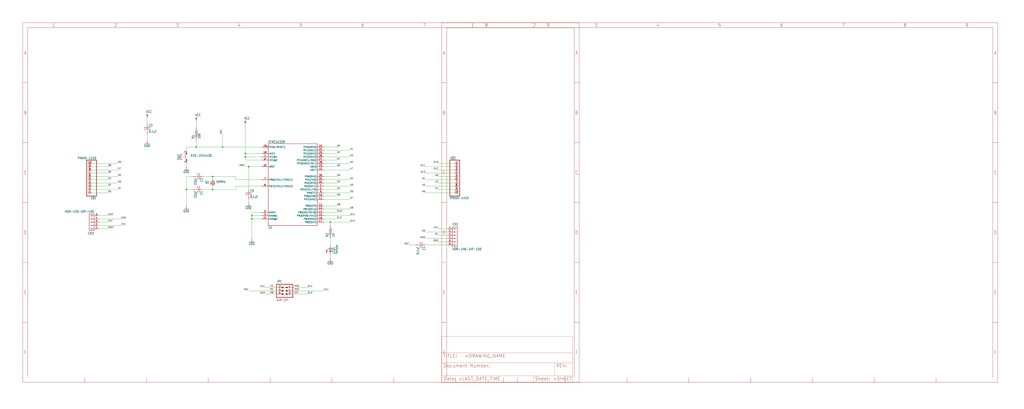
<source format=kicad_sch>
(kicad_sch (version 20211123) (generator eeschema)
  (paper "User" 795.02 318.11)
  (lib_symbols
    (symbol "TransmitterModule-eagle-import:ATMEGA328"
      (property "Reference" "U" (at -17.78 -38.1 0))
      (property "Value" "ATMEGA328" (at -17.78 28.448 0))
      (symbol "ATMEGA328_1_0"
        (polyline (pts (xy -17.78 -35.56) (xy -17.78 27.94)) (stroke (width 0.254)))
        (polyline (pts (xy -17.78 27.94) (xy 20.32 27.94)) (stroke (width 0.254)))
        (polyline (pts (xy 20.32 -35.56) (xy -17.78 -35.56)) (stroke (width 0.254)))
        (polyline (pts (xy 20.32 27.94) (xy 20.32 -35.56)) (stroke (width 0.254)))
        (pin bidirectional line (at 25.4 -5.08 180) (length 5.08) (name "PD3(INT1)") (number "1"))
        (pin bidirectional line (at 25.4 -12.7 180) (length 5.08) (name "PD6(AIN0)") (number "10"))
        (pin bidirectional line (at 25.4 -15.24 180) (length 5.08) (name "PD7(AIN1)") (number "11"))
        (pin bidirectional line (at 25.4 -20.32 180) (length 5.08) (name "PB0(ICP)") (number "12"))
        (pin bidirectional line (at 25.4 -22.86 180) (length 5.08) (name "PB1(OC1A)") (number "13"))
        (pin bidirectional line (at 25.4 -25.4 180) (length 5.08) (name "PB2(SS/OC1B)") (number "14"))
        (pin bidirectional line (at 25.4 -27.94 180) (length 5.08) (name "PB3(MOSI/OC2)") (number "15"))
        (pin bidirectional line (at 25.4 -30.48 180) (length 5.08) (name "PB4(MISO)") (number "16"))
        (pin bidirectional line (at 25.4 -33.02 180) (length 5.08) (name "PB5(SCK)") (number "17"))
        (pin bidirectional line (at -22.86 20.32 0) (length 5.08) (name "AVCC") (number "18"))
        (pin bidirectional line (at 25.4 10.16 180) (length 5.08) (name "ADC6") (number "19"))
        (pin bidirectional line (at 25.4 -7.62 180) (length 5.08) (name "PD4(XCK/T0)") (number "2"))
        (pin bidirectional line (at -22.86 10.16 0) (length 5.08) (name "AREF") (number "20"))
        (pin bidirectional line (at -22.86 -30.48 0) (length 5.08) (name "GND@2") (number "21"))
        (pin bidirectional line (at 25.4 7.62 180) (length 5.08) (name "ADC7") (number "22"))
        (pin bidirectional line (at 25.4 25.4 180) (length 5.08) (name "PC0(ADC0)") (number "23"))
        (pin bidirectional line (at 25.4 22.86 180) (length 5.08) (name "PC1(ADC1)") (number "24"))
        (pin bidirectional line (at 25.4 20.32 180) (length 5.08) (name "PC2(ADC2)") (number "25"))
        (pin bidirectional line (at 25.4 17.78 180) (length 5.08) (name "PC3(ADC3)") (number "26"))
        (pin bidirectional line (at 25.4 15.24 180) (length 5.08) (name "PC4(ADC4/SDA)") (number "27"))
        (pin bidirectional line (at 25.4 12.7 180) (length 5.08) (name "PC5(ADC5/SCL)") (number "28"))
        (pin bidirectional inverted (at -22.86 25.4 0) (length 5.08) (name "PC6(/RESET)") (number "29"))
        (pin bidirectional line (at -22.86 -27.94 0) (length 5.08) (name "GND@1") (number "3"))
        (pin bidirectional line (at 25.4 2.54 180) (length 5.08) (name "PD0(RXD)") (number "30"))
        (pin bidirectional line (at 25.4 0 180) (length 5.08) (name "PD1(TXD)") (number "31"))
        (pin bidirectional line (at 25.4 -2.54 180) (length 5.08) (name "PD2(INT0)") (number "32"))
        (pin bidirectional line (at -22.86 17.78 0) (length 5.08) (name "VCC@1") (number "4"))
        (pin bidirectional line (at -22.86 -25.4 0) (length 5.08) (name "AGND") (number "5"))
        (pin bidirectional line (at -22.86 15.24 0) (length 5.08) (name "VCC@2") (number "6"))
        (pin bidirectional line (at -22.86 0 0) (length 5.08) (name "PB6(XTAL1/TOSC1)") (number "7"))
        (pin bidirectional line (at -22.86 -5.08 0) (length 5.08) (name "PB7(XTAL2/TOSC2)") (number "8"))
        (pin bidirectional line (at 25.4 -10.16 180) (length 5.08) (name "PD5(T1)") (number "9"))
      )
    )
    (symbol "TransmitterModule-eagle-import:AVR-ISP-6"
      (property "Reference" "JP" (at -6.35 6.35 0))
      (symbol "AVR-ISP-6_1_0"
        (polyline (pts (xy -6.35 -5.08) (xy 6.35 -5.08)) (stroke (width 0.4064)))
        (polyline (pts (xy -6.35 5.08) (xy -6.35 -5.08)) (stroke (width 0.4064)))
        (polyline (pts (xy -1.905 -2.54) (xy -1.27 -2.54)) (stroke (width 1.016)))
        (polyline (pts (xy -1.905 0) (xy -1.27 0)) (stroke (width 1.016)))
        (polyline (pts (xy -1.905 2.54) (xy -1.27 2.54)) (stroke (width 1.016)))
        (polyline (pts (xy 1.27 -2.54) (xy 1.905 -2.54)) (stroke (width 1.016)))
        (polyline (pts (xy 1.27 0) (xy 1.905 0)) (stroke (width 1.016)))
        (polyline (pts (xy 1.27 2.54) (xy 1.905 2.54)) (stroke (width 1.016)))
        (polyline (pts (xy 6.35 -5.08) (xy 6.35 5.08)) (stroke (width 0.4064)))
        (polyline (pts (xy 6.35 5.08) (xy -6.35 5.08)) (stroke (width 0.4064)))
        (text "AVR ISP" (at -6.35 -8.255 0) (effects (font (size 1.778 1.5113)) (justify left bottom)))
        (text "GND" (at -11.43 -1.905 0) (effects (font (size 1.143 0.9715)) (justify left bottom)))
        (text "MISO" (at 7.62 3.175 0) (effects (font (size 1.143 0.9715)) (justify left bottom)))
        (text "MOSI" (at 7.62 0.635 0) (effects (font (size 1.143 0.9715)) (justify left bottom)))
        (text "RST" (at -11.43 0.635 0) (effects (font (size 1.143 0.9715)) (justify left bottom)))
        (text "SCK" (at 7.62 -1.905 0) (effects (font (size 1.143 0.9715)) (justify left bottom)))
        (text "VTG" (at -11.43 3.175 0) (effects (font (size 1.143 0.9715)) (justify left bottom)))
        (pin passive line (at 5.08 2.54 180) (length 2.54) (name "1") (number "1"))
        (pin passive line (at -5.08 2.54 0) (length 2.54) (name "2") (number "2"))
        (pin passive line (at 5.08 -2.54 180) (length 2.54) (name "3") (number "3"))
        (pin passive line (at 5.08 0 180) (length 2.54) (name "4") (number "4"))
        (pin passive line (at -5.08 0 0) (length 2.54) (name "5") (number "5"))
        (pin passive line (at -5.08 -2.54 0) (length 2.54) (name "6") (number "6"))
      )
    )
    (symbol "TransmitterModule-eagle-import:C-USC0805"
      (property "Reference" "C" (at 1.016 0.635 0))
      (property "Value" "C-USC0805" (at 1.016 -4.191 0))
      (symbol "C-USC0805_1_0"
        (arc (start 0 -1.0161) (mid -1.302 -1.2303) (end -2.4668 -1.8504) (stroke (width 0.254)))
        (polyline (pts (xy -2.54 0) (xy 2.54 0)) (stroke (width 0.254)))
        (polyline (pts (xy 0 -1.016) (xy 0 -2.54)) (stroke (width 0.1524)))
        (arc (start 2.4892 -1.8542) (mid 1.3158 -1.2195) (end 0 -1) (stroke (width 0.254)))
        (pin passive line (at 0 2.54 270) (length 2.54) (name "1") (number "1"))
        (pin passive line (at 0 -5.08 90) (length 2.54) (name "2") (number "2"))
      )
    )
    (symbol "TransmitterModule-eagle-import:C-USC1206"
      (property "Reference" "C" (at 1.016 0.635 0))
      (property "Value" "C-USC1206" (at 1.016 -4.191 0))
      (symbol "C-USC1206_1_0"
        (arc (start 0 -1.0161) (mid -1.302 -1.2303) (end -2.4668 -1.8504) (stroke (width 0.254)))
        (polyline (pts (xy -2.54 0) (xy 2.54 0)) (stroke (width 0.254)))
        (polyline (pts (xy 0 -1.016) (xy 0 -2.54)) (stroke (width 0.1524)))
        (arc (start 2.4892 -1.8542) (mid 1.3158 -1.2195) (end 0 -1) (stroke (width 0.254)))
        (pin passive line (at 0 2.54 270) (length 2.54) (name "1") (number "1"))
        (pin passive line (at 0 -5.08 90) (length 2.54) (name "2") (number "2"))
      )
    )
    (symbol "TransmitterModule-eagle-import:CRYTALHC49S"
      (property "Reference" "Q" (at 2.54 1.016 0))
      (property "Value" "CRYTALHC49S" (at 2.54 -2.54 0))
      (symbol "CRYTALHC49S_1_0"
        (polyline (pts (xy -2.54 0) (xy -1.016 0)) (stroke (width 0.1524)))
        (polyline (pts (xy -1.016 1.778) (xy -1.016 -1.778)) (stroke (width 0.254)))
        (polyline (pts (xy -0.381 -1.524) (xy 0.381 -1.524)) (stroke (width 0.254)))
        (polyline (pts (xy -0.381 1.524) (xy -0.381 -1.524)) (stroke (width 0.254)))
        (polyline (pts (xy 0.381 -1.524) (xy 0.381 1.524)) (stroke (width 0.254)))
        (polyline (pts (xy 0.381 1.524) (xy -0.381 1.524)) (stroke (width 0.254)))
        (polyline (pts (xy 1.016 0) (xy 2.54 0)) (stroke (width 0.1524)))
        (polyline (pts (xy 1.016 1.778) (xy 1.016 -1.778)) (stroke (width 0.254)))
        (text "1" (at -2.159 -1.143 0) (effects (font (size 0.8636 0.734)) (justify left bottom)))
        (text "2" (at 1.524 -1.143 0) (effects (font (size 0.8636 0.734)) (justify left bottom)))
        (pin passive line (at -2.54 0 0) (length 0) (name "1") (number "1"))
        (pin passive line (at 2.54 0 180) (length 0) (name "2") (number "2"))
      )
    )
    (symbol "TransmitterModule-eagle-import:FRAME_B_L"
      (symbol "FRAME_B_L_0_0"
        (polyline (pts (xy 0 46.5667) (xy 3.81 46.5667)))
        (polyline (pts (xy 0 93.1333) (xy 3.81 93.1333)))
        (polyline (pts (xy 0 139.7) (xy 3.81 139.7)))
        (polyline (pts (xy 0 186.2667) (xy 3.81 186.2667)))
        (polyline (pts (xy 0 232.8333) (xy 3.81 232.8333)))
        (polyline (pts (xy 3.81 3.81) (xy 3.81 275.59)))
        (polyline (pts (xy 47.9778 0) (xy 47.9778 3.81)))
        (polyline (pts (xy 95.9556 0) (xy 95.9556 3.81)))
        (polyline (pts (xy 143.9333 0) (xy 143.9333 3.81)))
        (polyline (pts (xy 191.9111 0) (xy 191.9111 3.81)))
        (polyline (pts (xy 239.8889 0) (xy 239.8889 3.81)))
        (polyline (pts (xy 287.8667 0) (xy 287.8667 3.81)))
        (polyline (pts (xy 335.8444 0) (xy 335.8444 3.81)))
        (polyline (pts (xy 383.8222 0) (xy 383.8222 3.81)))
        (polyline (pts (xy 427.99 3.81) (xy 427.99 275.59)))
        (polyline (pts (xy 427.99 46.5667) (xy 431.8 46.5667)))
        (polyline (pts (xy 427.99 93.1333) (xy 431.8 93.1333)))
        (polyline (pts (xy 427.99 139.7) (xy 431.8 139.7)))
        (polyline (pts (xy 427.99 186.2667) (xy 431.8 186.2667)))
        (polyline (pts (xy 427.99 232.8333) (xy 431.8 232.8333)))
        (polyline (pts (xy 427.99 275.59) (xy 3.81 275.59)))
        (polyline (pts (xy 0 0) (xy 431.8 0) (xy 431.8 279.4) (xy 0 279.4) (xy 0 0)))
        (text "1" (at 23.9889 277.495 0) (effects (font (size 2.54 2.286))))
        (text "2" (at 71.9667 277.495 0) (effects (font (size 2.54 2.286))))
        (text "3" (at 119.9444 277.495 0) (effects (font (size 2.54 2.286))))
        (text "4" (at 167.9222 277.495 0) (effects (font (size 2.54 2.286))))
        (text "5" (at 215.9 277.495 0) (effects (font (size 2.54 2.286))))
        (text "6" (at 263.8778 277.495 0) (effects (font (size 2.54 2.286))))
        (text "7" (at 311.8556 277.495 0) (effects (font (size 2.54 2.286))))
        (text "8" (at 359.8333 277.495 0) (effects (font (size 2.54 2.286))))
        (text "9" (at 407.8111 277.495 0) (effects (font (size 2.54 2.286))))
        (text "A" (at 1.905 256.1167 0) (effects (font (size 2.54 2.286))))
        (text "A" (at 429.895 256.1167 0) (effects (font (size 2.54 2.286))))
        (text "B" (at 1.905 209.55 0) (effects (font (size 2.54 2.286))))
        (text "B" (at 429.895 209.55 0) (effects (font (size 2.54 2.286))))
        (text "C" (at 1.905 162.9833 0) (effects (font (size 2.54 2.286))))
        (text "C" (at 429.895 162.9833 0) (effects (font (size 2.54 2.286))))
        (text "D" (at 1.905 116.4167 0) (effects (font (size 2.54 2.286))))
        (text "D" (at 429.895 116.4167 0) (effects (font (size 2.54 2.286))))
        (text "E" (at 1.905 69.85 0) (effects (font (size 2.54 2.286))))
        (text "E" (at 429.895 69.85 0) (effects (font (size 2.54 2.286))))
        (text "F" (at 1.905 23.2833 0) (effects (font (size 2.54 2.286))))
        (text "F" (at 429.895 23.2833 0) (effects (font (size 2.54 2.286))))
      )
      (symbol "FRAME_B_L_2_0"
        (polyline (pts (xy 0 0) (xy 0 5.08)) (stroke (width 0.1016)))
        (polyline (pts (xy 0 0) (xy 71.12 0)) (stroke (width 0.1016)))
        (polyline (pts (xy 0 5.08) (xy 0 15.24)) (stroke (width 0.1016)))
        (polyline (pts (xy 0 5.08) (xy 71.12 5.08)) (stroke (width 0.1016)))
        (polyline (pts (xy 0 15.24) (xy 0 22.86)) (stroke (width 0.1016)))
        (polyline (pts (xy 0 22.86) (xy 0 35.56)) (stroke (width 0.1016)))
        (polyline (pts (xy 0 22.86) (xy 101.6 22.86)) (stroke (width 0.1016)))
        (polyline (pts (xy 71.12 0) (xy 101.6 0)) (stroke (width 0.1016)))
        (polyline (pts (xy 71.12 5.08) (xy 71.12 0)) (stroke (width 0.1016)))
        (polyline (pts (xy 71.12 5.08) (xy 87.63 5.08)) (stroke (width 0.1016)))
        (polyline (pts (xy 87.63 5.08) (xy 101.6 5.08)) (stroke (width 0.1016)))
        (polyline (pts (xy 87.63 15.24) (xy 0 15.24)) (stroke (width 0.1016)))
        (polyline (pts (xy 87.63 15.24) (xy 87.63 5.08)) (stroke (width 0.1016)))
        (polyline (pts (xy 101.6 5.08) (xy 101.6 0)) (stroke (width 0.1016)))
        (polyline (pts (xy 101.6 15.24) (xy 87.63 15.24)) (stroke (width 0.1016)))
        (polyline (pts (xy 101.6 15.24) (xy 101.6 5.08)) (stroke (width 0.1016)))
        (polyline (pts (xy 101.6 22.86) (xy 101.6 15.24)) (stroke (width 0.1016)))
        (polyline (pts (xy 101.6 35.56) (xy 0 35.56)) (stroke (width 0.1016)))
        (polyline (pts (xy 101.6 35.56) (xy 101.6 22.86)) (stroke (width 0.1016)))
        (text ">DRAWING_NAME" (at 17.78 19.05 0) (effects (font (size 2.54 2.54)) (justify left bottom)))
        (text ">LAST_DATE_TIME" (at 12.7 1.27 0) (effects (font (size 2.54 2.54)) (justify left bottom)))
        (text ">SHEET" (at 86.36 1.27 0) (effects (font (size 2.54 2.54)) (justify left bottom)))
        (text "Date:" (at 1.27 1.27 0) (effects (font (size 2.54 2.54)) (justify left bottom)))
        (text "Document Number:" (at 1.27 11.43 0) (effects (font (size 2.54 2.54)) (justify left bottom)))
        (text "REV:" (at 88.9 11.43 0) (effects (font (size 2.54 2.54)) (justify left bottom)))
        (text "Sheet:" (at 72.39 1.27 0) (effects (font (size 2.54 2.54)) (justify left bottom)))
        (text "TITLE:" (at 1.27 19.05 0) (effects (font (size 2.54 2.54)) (justify left bottom)))
      )
    )
    (symbol "TransmitterModule-eagle-import:GND" (power)
      (property "Value" "GND" (at -2.54 -2.54 0))
      (symbol "GND_1_0"
        (polyline (pts (xy -1.905 0) (xy 1.905 0)) (stroke (width 0.254)))
        (pin power_in line (at 0 2.54 270) (length 2.54) (name "GND") (number "1"))
      )
    )
    (symbol "TransmitterModule-eagle-import:HDR-1X5-SIP-100"
      (property "Reference" "CN" (at -1.905 7.62 0))
      (property "Value" "HDR-1X5-SIP-100" (at -1.905 -9.2075 0))
      (symbol "HDR-1X5-SIP-100_1_0"
        (polyline (pts (xy -2.54 -5.08) (xy -0.635 -5.08)) (stroke (width 0.1524)))
        (polyline (pts (xy -2.54 -2.54) (xy -0.635 -2.54)) (stroke (width 0.1524)))
        (polyline (pts (xy -2.54 0) (xy -0.635 0)) (stroke (width 0.1524)))
        (polyline (pts (xy -2.54 2.54) (xy -0.635 2.54)) (stroke (width 0.1524)))
        (polyline (pts (xy -2.54 5.08) (xy -0.635 5.08)) (stroke (width 0.1524)))
        (polyline (pts (xy -1.905 -6.35) (xy -1.905 6.35)) (stroke (width 0.254)))
        (polyline (pts (xy -1.905 -6.35) (xy 1.905 -6.35)) (stroke (width 0.254)))
        (polyline (pts (xy -0.635 -5.08) (xy 0.635 -5.08)) (stroke (width 0.4064)))
        (polyline (pts (xy -0.635 -2.54) (xy 0.635 -2.54)) (stroke (width 0.4064)))
        (polyline (pts (xy -0.635 0) (xy 0.635 0)) (stroke (width 0.4064)))
        (polyline (pts (xy -0.635 2.54) (xy 0.635 2.54)) (stroke (width 0.4064)))
        (polyline (pts (xy -0.635 5.08) (xy 0.635 5.08)) (stroke (width 0.4064)))
        (polyline (pts (xy 1.905 6.35) (xy -1.905 6.35)) (stroke (width 0.254)))
        (polyline (pts (xy 1.905 6.35) (xy 1.905 -6.35)) (stroke (width 0.254)))
        (pin passive line (at -5.08 5.08 0) (length 2.54) (name "1") (number "1"))
        (pin passive line (at -5.08 2.54 0) (length 2.54) (name "2") (number "2"))
        (pin passive line (at -5.08 0 0) (length 2.54) (name "3") (number "3"))
        (pin passive line (at -5.08 -2.54 0) (length 2.54) (name "4") (number "4"))
        (pin passive line (at -5.08 -5.08 0) (length 2.54) (name "5") (number "5"))
      )
    )
    (symbol "TransmitterModule-eagle-import:HDR-1X6-SIP-100"
      (property "Reference" "CN" (at -1.905 7.62 0))
      (property "Value" "HDR-1X6-SIP-100" (at -1.905 -11.7475 0))
      (symbol "HDR-1X6-SIP-100_1_0"
        (polyline (pts (xy -2.54 -7.62) (xy -0.635 -7.62)) (stroke (width 0.1524)))
        (polyline (pts (xy -2.54 -5.08) (xy -0.635 -5.08)) (stroke (width 0.1524)))
        (polyline (pts (xy -2.54 -2.54) (xy -0.635 -2.54)) (stroke (width 0.1524)))
        (polyline (pts (xy -2.54 0) (xy -0.635 0)) (stroke (width 0.1524)))
        (polyline (pts (xy -2.54 2.54) (xy -0.635 2.54)) (stroke (width 0.1524)))
        (polyline (pts (xy -2.54 5.08) (xy -0.635 5.08)) (stroke (width 0.1524)))
        (polyline (pts (xy -1.905 -8.89) (xy -1.905 6.35)) (stroke (width 0.254)))
        (polyline (pts (xy -1.905 -8.89) (xy 1.905 -8.89)) (stroke (width 0.254)))
        (polyline (pts (xy -0.635 -7.62) (xy 0.635 -7.62)) (stroke (width 0.4064)))
        (polyline (pts (xy -0.635 -5.08) (xy 0.635 -5.08)) (stroke (width 0.4064)))
        (polyline (pts (xy -0.635 -2.54) (xy 0.635 -2.54)) (stroke (width 0.4064)))
        (polyline (pts (xy -0.635 0) (xy 0.635 0)) (stroke (width 0.4064)))
        (polyline (pts (xy -0.635 2.54) (xy 0.635 2.54)) (stroke (width 0.4064)))
        (polyline (pts (xy -0.635 5.08) (xy 0.635 5.08)) (stroke (width 0.4064)))
        (polyline (pts (xy 1.905 6.35) (xy -1.905 6.35)) (stroke (width 0.254)))
        (polyline (pts (xy 1.905 6.35) (xy 1.905 -8.89)) (stroke (width 0.254)))
        (pin passive line (at -5.08 5.08 0) (length 2.54) (name "1") (number "1"))
        (pin passive line (at -5.08 2.54 0) (length 2.54) (name "2") (number "2"))
        (pin passive line (at -5.08 0 0) (length 2.54) (name "3") (number "3"))
        (pin passive line (at -5.08 -2.54 0) (length 2.54) (name "4") (number "4"))
        (pin passive line (at -5.08 -5.08 0) (length 2.54) (name "5") (number "5"))
        (pin passive line (at -5.08 -7.62 0) (length 2.54) (name "6") (number "6"))
      )
    )
    (symbol "TransmitterModule-eagle-import:KSS-2EG4430"
      (property "Reference" "SW" (at -2.54 5.08 0))
      (property "Value" "KSS-2EG4430" (at 3.175 2.54 0))
      (symbol "KSS-2EG4430_1_0"
        (circle (center -2.54 0) (radius 0.127) (stroke (width 0.4064)))
        (polyline (pts (xy -2.54 0) (xy 1.905 1.27)) (stroke (width 0.254)))
        (polyline (pts (xy -1.905 4.445) (xy -1.905 3.175)) (stroke (width 0.254)))
        (polyline (pts (xy 0 1.27) (xy 0 0.635)) (stroke (width 0.1524)))
        (polyline (pts (xy 0 2.54) (xy 0 1.905)) (stroke (width 0.1524)))
        (polyline (pts (xy 0 4.445) (xy -1.905 4.445)) (stroke (width 0.254)))
        (polyline (pts (xy 0 4.445) (xy 0 3.175)) (stroke (width 0.1524)))
        (polyline (pts (xy 1.905 0) (xy 2.54 0)) (stroke (width 0.254)))
        (polyline (pts (xy 1.905 4.445) (xy 0 4.445)) (stroke (width 0.254)))
        (polyline (pts (xy 1.905 4.445) (xy 1.905 3.175)) (stroke (width 0.254)))
        (circle (center 2.54 0) (radius 0.127) (stroke (width 0.4064)))
        (pin passive line (at -5.08 0 0) (length 2.54) (name "P") (number "1"))
        (pin passive line (at 5.08 0 180) (length 2.54) (name "S") (number "2"))
      )
    )
    (symbol "TransmitterModule-eagle-import:LEDCHIP-LED0805"
      (property "Reference" "LED" (at 3.556 -4.572 90))
      (property "Value" "LEDCHIP-LED0805" (at 5.715 -4.572 90))
      (symbol "LEDCHIP-LED0805_1_0"
        (polyline (pts (xy -2.032 -0.762) (xy -3.429 -2.159)) (stroke (width 0.1524)))
        (polyline (pts (xy -1.905 -1.905) (xy -3.302 -3.302)) (stroke (width 0.1524)))
        (polyline (pts (xy 0 -2.54) (xy -1.27 -2.54)) (stroke (width 0.254)))
        (polyline (pts (xy 0 -2.54) (xy -1.27 0)) (stroke (width 0.254)))
        (polyline (pts (xy 0 0) (xy -1.27 0)) (stroke (width 0.254)))
        (polyline (pts (xy 0 0) (xy 0 -2.54)) (stroke (width 0.1524)))
        (polyline (pts (xy 1.27 -2.54) (xy 0 -2.54)) (stroke (width 0.254)))
        (polyline (pts (xy 1.27 0) (xy 0 -2.54)) (stroke (width 0.254)))
        (polyline (pts (xy 1.27 0) (xy 0 0)) (stroke (width 0.254)))
        (polyline (pts (xy -3.429 -2.159) (xy -3.048 -1.27) (xy -2.54 -1.778)) (fill (type outline)))
        (polyline (pts (xy -3.302 -3.302) (xy -2.921 -2.413) (xy -2.413 -2.921)) (fill (type outline)))
        (pin passive line (at 0 2.54 270) (length 2.54) (name "A") (number "A"))
        (pin passive line (at 0 -5.08 90) (length 2.54) (name "C") (number "C"))
      )
    )
    (symbol "TransmitterModule-eagle-import:PINHD-1X10"
      (property "Value" "PINHD-1X10" (at -6.35 -17.78 0))
      (symbol "PINHD-1X10_1_0"
        (polyline (pts (xy -6.35 -15.24) (xy 1.27 -15.24)) (stroke (width 0.4064)))
        (polyline (pts (xy -6.35 12.7) (xy -6.35 -15.24)) (stroke (width 0.4064)))
        (polyline (pts (xy 1.27 -15.24) (xy 1.27 12.7)) (stroke (width 0.4064)))
        (polyline (pts (xy 1.27 12.7) (xy -6.35 12.7)) (stroke (width 0.4064)))
        (pin passive inverted (at -2.54 10.16 0) (length 2.54) (name "1") (number "1"))
        (pin passive inverted (at -2.54 -12.7 0) (length 2.54) (name "10") (number "10"))
        (pin passive inverted (at -2.54 7.62 0) (length 2.54) (name "2") (number "2"))
        (pin passive inverted (at -2.54 5.08 0) (length 2.54) (name "3") (number "3"))
        (pin passive inverted (at -2.54 2.54 0) (length 2.54) (name "4") (number "4"))
        (pin passive inverted (at -2.54 0 0) (length 2.54) (name "5") (number "5"))
        (pin passive inverted (at -2.54 -2.54 0) (length 2.54) (name "6") (number "6"))
        (pin passive inverted (at -2.54 -5.08 0) (length 2.54) (name "7") (number "7"))
        (pin passive inverted (at -2.54 -7.62 0) (length 2.54) (name "8") (number "8"))
        (pin passive inverted (at -2.54 -10.16 0) (length 2.54) (name "9") (number "9"))
      )
    )
    (symbol "TransmitterModule-eagle-import:R-US_R1206"
      (property "Reference" "R" (at -3.81 1.4986 0))
      (property "Value" "R-US_R1206" (at -3.81 -3.302 0))
      (symbol "R-US_R1206_1_0"
        (polyline (pts (xy -2.54 0) (xy -2.159 1.016)) (stroke (width 0.2032)))
        (polyline (pts (xy -2.159 1.016) (xy -1.524 -1.016)) (stroke (width 0.2032)))
        (polyline (pts (xy -1.524 -1.016) (xy -0.889 1.016)) (stroke (width 0.2032)))
        (polyline (pts (xy -0.889 1.016) (xy -0.254 -1.016)) (stroke (width 0.2032)))
        (polyline (pts (xy -0.254 -1.016) (xy 0.381 1.016)) (stroke (width 0.2032)))
        (polyline (pts (xy 0.381 1.016) (xy 1.016 -1.016)) (stroke (width 0.2032)))
        (polyline (pts (xy 1.016 -1.016) (xy 1.651 1.016)) (stroke (width 0.2032)))
        (polyline (pts (xy 1.651 1.016) (xy 2.286 -1.016)) (stroke (width 0.2032)))
        (polyline (pts (xy 2.286 -1.016) (xy 2.54 0)) (stroke (width 0.2032)))
        (pin passive line (at -5.08 0 0) (length 2.54) (name "1") (number "1"))
        (pin passive line (at 5.08 0 180) (length 2.54) (name "2") (number "2"))
      )
    )
    (symbol "TransmitterModule-eagle-import:VCC" (power)
      (property "Value" "VCC" (at -1.016 3.556 0))
      (symbol "VCC_1_0"
        (polyline (pts (xy 0 2.54) (xy -0.762 1.27)) (stroke (width 0.254)))
        (polyline (pts (xy 0.762 1.27) (xy 0 2.54)) (stroke (width 0.254)))
        (pin power_in line (at 0 0 90) (length 2.54) (name "VCC") (number "1"))
      )
    )
  )
  (junction (at 195.58 170.18))
  (junction (at 190.5 121.92))
  (junction (at 144.78 147.32))
  (junction (at 190.5 119.38))
  (junction (at 152.4 114.3))
  (junction (at 195.58 167.64))
  (junction (at 193.04 129.54))
  (junction (at 172.72 114.3))
  (junction (at 165.1 147.32))
  (junction (at 256.54 172.72))
  (junction (at 165.1 137.16))
  (wire (pts (xy 203.2 170.18) (xy 195.58 170.18)))
  (wire (pts (xy 251.46 116.84) (xy 271.78 116.84)))
  (wire (pts (xy 165.1 147.32) (xy 182.88 147.32)))
  (wire (pts (xy 215.9 228.6) (xy 205.74 228.6)))
  (wire (pts (xy 251.46 119.38) (xy 261.62 119.38)))
  (wire (pts (xy 251.46 154.94) (xy 271.78 154.94)))
  (wire (pts (xy 203.2 167.64) (xy 195.58 167.64)))
  (wire (pts (xy 144.78 129.54) (xy 144.78 127)))
  (wire (pts (xy 195.58 170.18) (xy 195.58 185.42)))
  (wire (pts (xy 144.78 137.16) (xy 144.78 147.32)))
  (wire (pts (xy 251.46 170.18) (xy 261.62 170.18)))
  (wire (pts (xy 251.46 132.08) (xy 271.78 132.08)))
  (wire (pts (xy 251.46 127) (xy 271.78 127)))
  (wire (pts (xy 347.98 187.96) (xy 340.36 187.96)))
  (wire (pts (xy 144.78 114.3) (xy 152.4 114.3)))
  (wire (pts (xy 353.06 139.7) (xy 330.2 139.7)))
  (wire (pts (xy 215.9 226.06) (xy 193.04 226.06)))
  (wire (pts (xy 347.98 177.8) (xy 340.36 177.8)))
  (wire (pts (xy 353.06 149.86) (xy 330.2 149.86)))
  (wire (pts (xy 251.46 142.24) (xy 261.62 142.24)))
  (wire (pts (xy 182.88 144.78) (xy 203.2 144.78)))
  (wire (pts (xy 71.12 137.16) (xy 91.44 137.16)))
  (wire (pts (xy 76.2 177.8) (xy 83.82 177.8)))
  (wire (pts (xy 251.46 124.46) (xy 261.62 124.46)))
  (wire (pts (xy 203.2 124.46) (xy 190.5 124.46)))
  (wire (pts (xy 203.2 121.92) (xy 190.5 121.92)))
  (wire (pts (xy 251.46 114.3) (xy 261.62 114.3)))
  (wire (pts (xy 114.3 96.52) (xy 114.3 91.44)))
  (wire (pts (xy 226.06 228.6) (xy 238.76 228.6)))
  (wire (pts (xy 144.78 147.32) (xy 144.78 160.02)))
  (wire (pts (xy 71.12 139.7) (xy 83.82 139.7)))
  (wire (pts (xy 152.4 114.3) (xy 152.4 109.22)))
  (wire (pts (xy 251.46 165.1) (xy 261.62 165.1)))
  (wire (pts (xy 215.9 223.52) (xy 205.74 223.52)))
  (wire (pts (xy 251.46 172.72) (xy 256.54 172.72)))
  (wire (pts (xy 149.86 137.16) (xy 144.78 137.16)))
  (wire (pts (xy 203.2 165.1) (xy 195.58 165.1)))
  (wire (pts (xy 353.06 137.16) (xy 340.36 137.16)))
  (wire (pts (xy 149.86 147.32) (xy 144.78 147.32)))
  (wire (pts (xy 76.2 167.64) (xy 83.82 167.64)))
  (wire (pts (xy 256.54 190.5) (xy 256.54 185.42)))
  (wire (pts (xy 193.04 147.32) (xy 193.04 129.54)))
  (wire (pts (xy 71.12 127) (xy 91.44 127)))
  (wire (pts (xy 251.46 129.54) (xy 261.62 129.54)))
  (wire (pts (xy 347.98 180.34) (xy 330.2 180.34)))
  (wire (pts (xy 152.4 99.06) (xy 152.4 93.98)))
  (wire (pts (xy 76.2 170.18) (xy 93.98 170.18)))
  (wire (pts (xy 251.46 147.32) (xy 261.62 147.32)))
  (wire (pts (xy 353.06 134.62) (xy 330.2 134.62)))
  (wire (pts (xy 353.06 132.08) (xy 340.36 132.08)))
  (wire (pts (xy 114.3 104.14) (xy 114.3 109.22)))
  (wire (pts (xy 195.58 167.64) (xy 195.58 170.18)))
  (wire (pts (xy 256.54 198.12) (xy 256.54 200.66)))
  (wire (pts (xy 182.88 137.16) (xy 182.88 139.7)))
  (wire (pts (xy 165.1 139.7) (xy 165.1 137.16)))
  (wire (pts (xy 182.88 147.32) (xy 182.88 144.78)))
  (wire (pts (xy 226.06 226.06) (xy 251.46 226.06)))
  (wire (pts (xy 251.46 121.92) (xy 271.78 121.92)))
  (wire (pts (xy 347.98 182.88) (xy 340.36 182.88)))
  (wire (pts (xy 193.04 129.54) (xy 190.5 129.54)))
  (wire (pts (xy 203.2 129.54) (xy 193.04 129.54)))
  (wire (pts (xy 182.88 139.7) (xy 203.2 139.7)))
  (wire (pts (xy 71.12 142.24) (xy 91.44 142.24)))
  (wire (pts (xy 71.12 149.86) (xy 83.82 149.86)))
  (wire (pts (xy 256.54 172.72) (xy 271.78 172.72)))
  (wire (pts (xy 172.72 114.3) (xy 152.4 114.3)))
  (wire (pts (xy 203.2 119.38) (xy 190.5 119.38)))
  (wire (pts (xy 251.46 144.78) (xy 271.78 144.78)))
  (wire (pts (xy 165.1 144.78) (xy 165.1 147.32)))
  (wire (pts (xy 190.5 119.38) (xy 190.5 96.52)))
  (wire (pts (xy 71.12 147.32) (xy 91.44 147.32)))
  (wire (pts (xy 251.46 139.7) (xy 271.78 139.7)))
  (wire (pts (xy 251.46 152.4) (xy 261.62 152.4)))
  (wire (pts (xy 157.48 137.16) (xy 165.1 137.16)))
  (wire (pts (xy 172.72 114.3) (xy 172.72 104.14)))
  (wire (pts (xy 226.06 223.52) (xy 238.76 223.52)))
  (wire (pts (xy 71.12 134.62) (xy 83.82 134.62)))
  (wire (pts (xy 144.78 116.84) (xy 144.78 114.3)))
  (wire (pts (xy 193.04 154.94) (xy 193.04 157.48)))
  (wire (pts (xy 347.98 185.42) (xy 330.2 185.42)))
  (wire (pts (xy 76.2 172.72) (xy 83.82 172.72)))
  (wire (pts (xy 190.5 124.46) (xy 190.5 121.92)))
  (wire (pts (xy 190.5 121.92) (xy 190.5 119.38)))
  (wire (pts (xy 157.48 147.32) (xy 165.1 147.32)))
  (wire (pts (xy 203.2 114.3) (xy 172.72 114.3)))
  (wire (pts (xy 71.12 129.54) (xy 83.82 129.54)))
  (wire (pts (xy 71.12 144.78) (xy 83.82 144.78)))
  (wire (pts (xy 76.2 175.26) (xy 93.98 175.26)))
  (wire (pts (xy 353.06 147.32) (xy 340.36 147.32)))
  (wire (pts (xy 251.46 149.86) (xy 271.78 149.86)))
  (wire (pts (xy 353.06 142.24) (xy 340.36 142.24)))
  (wire (pts (xy 353.06 127) (xy 340.36 127)))
  (wire (pts (xy 322.58 190.5) (xy 317.5 190.5)))
  (wire (pts (xy 251.46 162.56) (xy 271.78 162.56)))
  (wire (pts (xy 251.46 167.64) (xy 271.78 167.64)))
  (wire (pts (xy 251.46 160.02) (xy 261.62 160.02)))
  (wire (pts (xy 353.06 129.54) (xy 330.2 129.54)))
  (wire (pts (xy 165.1 137.16) (xy 182.88 137.16)))
  (wire (pts (xy 71.12 132.08) (xy 91.44 132.08)))
  (wire (pts (xy 347.98 190.5) (xy 330.2 190.5)))
  (wire (pts (xy 195.58 165.1) (xy 195.58 167.64)))
  (wire (pts (xy 353.06 144.78) (xy 330.2 144.78)))
  (wire (pts (xy 256.54 175.26) (xy 256.54 172.72)))
  (wire (pts (xy 251.46 137.16) (xy 261.62 137.16)))
  (label "AREF" (at 190.5 129.54 180) (effects (font (size 1.2446 1.2446))))
  (label "VCC" (at 340.36 177.8 180) (effects (font (size 1.2446 1.2446))))
  (label "D2" (at 261.62 142.24 0) (effects (font (size 1.2446 1.2446))))
  (label "D13" (at 238.76 228.6 0) (effects (font (size 1.2446 1.2446))))
  (label "D4" (at 83.82 139.7 0) (effects (font (size 1.2446 1.2446))))
  (label "D2" (at 83.82 144.78 0) (effects (font (size 1.2446 1.2446))))
  (label "D9" (at 91.44 127 0) (effects (font (size 1.2446 1.2446))))
  (label "D0" (at 261.62 137.16 0) (effects (font (size 1.2446 1.2446))))
  (label "A2" (at 340.36 142.24 180) (effects (font (size 1.2446 1.2446))))
  (label "A2" (at 261.62 119.38 0) (effects (font (size 1.2446 1.2446))))
  (label "A0" (at 261.62 114.3 0) (effects (font (size 1.2446 1.2446))))
  (label "A4" (at 340.36 147.32 180) (effects (font (size 1.2446 1.2446))))
  (label "D11" (at 251.46 226.06 0) (effects (font (size 1.2446 1.2446))))
  (label "D10" (at 261.62 165.1 0) (effects (font (size 1.2446 1.2446))))
  (label "AREF" (at 83.82 177.8 0) (effects (font (size 1.2446 1.2446))))
  (label "VCC" (at 83.82 172.72 0) (effects (font (size 1.2446 1.2446))))
  (label "D5" (at 271.78 149.86 0) (effects (font (size 1.2446 1.2446))))
  (label "D9" (at 271.78 162.56 0) (effects (font (size 1.2446 1.2446))))
  (label "D1" (at 340.36 182.88 180) (effects (font (size 1.2446 1.2446))))
  (label "GND" (at 340.36 187.96 180) (effects (font (size 1.2446 1.2446))))
  (label "D10" (at 340.36 127 180) (effects (font (size 1.2446 1.2446))))
  (label "D12" (at 261.62 170.18 0) (effects (font (size 1.2446 1.2446))))
  (label "A6" (at 261.62 129.54 0) (effects (font (size 1.2446 1.2446))))
  (label "A5" (at 271.78 127 0) (effects (font (size 1.2446 1.2446))))
  (label "D3" (at 271.78 144.78 0) (effects (font (size 1.2446 1.2446))))
  (label "D12" (at 340.36 132.08 180) (effects (font (size 1.2446 1.2446))))
  (label "A6" (at 330.2 149.86 180) (effects (font (size 1.2446 1.2446))))
  (label "A0" (at 340.36 137.16 180) (effects (font (size 1.2446 1.2446))))
  (label "D8" (at 261.62 160.02 0) (effects (font (size 1.2446 1.2446))))
  (label "D12" (at 238.76 223.52 0) (effects (font (size 1.2446 1.2446))))
  (label "D0" (at 83.82 149.86 0) (effects (font (size 1.2446 1.2446))))
  (label "D7" (at 271.78 154.94 0) (effects (font (size 1.2446 1.2446))))
  (label "A3" (at 271.78 121.92 0) (effects (font (size 1.2446 1.2446))))
  (label "D6" (at 261.62 152.4 0) (effects (font (size 1.2446 1.2446))))
  (label "A1" (at 271.78 116.84 0) (effects (font (size 1.2446 1.2446))))
  (label "D6" (at 83.82 134.62 0) (effects (font (size 1.2446 1.2446))))
  (label "VCC" (at 205.74 223.52 180) (effects (font (size 1.2446 1.2446))))
  (label "A4" (at 261.62 124.46 0) (effects (font (size 1.2446 1.2446))))
  (label "D4" (at 261.62 147.32 0) (effects (font (size 1.2446 1.2446))))
  (label "A3" (at 330.2 144.78 180) (effects (font (size 1.2446 1.2446))))
  (label "D11" (at 330.2 129.54 180) (effects (font (size 1.2446 1.2446))))
  (label "RST" (at 193.04 226.06 180) (effects (font (size 1.2446 1.2446))))
  (label "A7" (at 271.78 132.08 0) (effects (font (size 1.2446 1.2446))))
  (label "D11" (at 271.78 167.64 0) (effects (font (size 1.2446 1.2446))))
  (label "D1" (at 91.44 147.32 0) (effects (font (size 1.2446 1.2446))))
  (label "D13" (at 271.78 172.72 0) (effects (font (size 1.2446 1.2446))))
  (label "GND" (at 93.98 170.18 0) (effects (font (size 1.2446 1.2446))))
  (label "D7" (at 91.44 132.08 0) (effects (font (size 1.2446 1.2446))))
  (label "D5" (at 91.44 137.16 0) (effects (font (size 1.2446 1.2446))))
  (label "RST" (at 172.72 104.14 90) (effects (font (size 1.2446 1.2446))))
  (label "GND" (at 83.82 167.64 0) (effects (font (size 1.2446 1.2446))))
  (label "D8" (at 83.82 129.54 0) (effects (font (size 1.2446 1.2446))))
  (label "D1" (at 271.78 139.7 0) (effects (font (size 1.2446 1.2446))))
  (label "D13" (at 330.2 134.62 180) (effects (font (size 1.2446 1.2446))))
  (label "VCC" (at 93.98 175.26 0) (effects (font (size 1.2446 1.2446))))
  (label "GND" (at 205.74 228.6 180) (effects (font (size 1.2446 1.2446))))
  (label "GND" (at 330.2 185.42 180) (effects (font (size 1.2446 1.2446))))
  (label "D3" (at 91.44 142.24 0) (effects (font (size 1.2446 1.2446))))
  (label "D0" (at 330.2 180.34 180) (effects (font (size 1.2446 1.2446))))
  (label "A1" (at 330.2 139.7 180) (effects (font (size 1.2446 1.2446))))
  (label "RST" (at 317.5 190.5 180) (effects (font (size 1.2446 1.2446))))
  (symbol (lib_id "TransmitterModule-eagle-import:C-USC0805") (at 327.66 190.5 270)
    (property "Reference" "C4" (at 328.295 191.516 0) (effects (font (size 1.778 1.5113)) (justify left bottom)))
    (property "Value" "0.1uF" (at 323.469 191.516 0) (effects (font (size 1.778 1.5113)) (justify left bottom)))
    (property "Footprint" "C0805" (effects hide))
  )
  (symbol (lib_id "TransmitterModule-eagle-import:FRAME_B_L") (at 342.9 297.18 0)
    (property "Reference" "#FRAME1" (effects hide))
    (property "Value" "FRAME_B_L" (effects hide))
    (property "Value" "FRAME_B_L" (effects hide))
    (property "Value" "FRAME_B_L" (effects hide))
    (property "Value" "FRAME_B_L" (effects hide))
  )
  (symbol (lib_id "TransmitterModule-eagle-import:R-US_R1206") (at 152.4 104.14 90)
    (property "Reference" "R1" (at 150.9014 107.95 0) (effects (font (size 1.778 1.5113)) (justify left bottom)))
    (property "Value" "10K" (at 155.702 107.95 0) (effects (font (size 1.778 1.5113)) (justify left bottom)))
    (property "Footprint" "R1206" (effects hide))
  )
  (symbol (lib_id "TransmitterModule-eagle-import:C-USC1206") (at 154.94 147.32 270)
    (property "Reference" "C1" (at 155.575 148.336 0) (effects (font (size 1.778 1.5113)) (justify left bottom)))
    (property "Value" "22pF" (at 150.749 148.336 0) (effects (font (size 1.778 1.5113)) (justify left bottom)))
    (property "Footprint" "C1206" (effects hide))
  )
  (symbol (lib_id "TransmitterModule-eagle-import:C-USC0805") (at 193.04 149.86 0)
    (property "Reference" "C5" (at 194.056 149.225 0) (effects (font (size 1.778 1.5113)) (justify left bottom)))
    (property "Value" "0.1uF" (at 194.056 154.051 0) (effects (font (size 1.778 1.5113)) (justify left bottom)))
    (property "Footprint" "C0805" (effects hide))
  )
  (symbol (lib_id "TransmitterModule-eagle-import:GND") (at 144.78 132.08 0)
    (property "Reference" "#GND05" (effects hide))
    (property "Value" "GND" (at 142.24 134.62 0) (effects (font (size 1.778 1.5113)) (justify left bottom)))
  )
  (symbol (lib_id "TransmitterModule-eagle-import:HDR-1X5-SIP-100") (at 71.12 172.72 180)
    (property "Reference" "CN2" (at 73.025 180.34 0) (effects (font (size 1.778 1.5113)) (justify left bottom)))
    (property "Value" "HDR-1X5-SIP-100" (at 73.025 163.5125 0) (effects (font (size 1.778 1.5113)) (justify left bottom)))
    (property "Footprint" "SIP-100-5V" (effects hide))
  )
  (symbol (lib_id "TransmitterModule-eagle-import:GND") (at 256.54 203.2 0)
    (property "Reference" "#GND07" (effects hide))
    (property "Value" "GND" (at 254 205.74 0) (effects (font (size 1.778 1.5113)) (justify left bottom)))
  )
  (symbol (lib_id "TransmitterModule-eagle-import:GND") (at 114.3 111.76 0)
    (property "Reference" "#GND06" (effects hide))
    (property "Value" "GND" (at 111.76 114.3 0) (effects (font (size 1.778 1.5113)) (justify left bottom)))
  )
  (symbol (lib_id "TransmitterModule-eagle-import:GND") (at 193.04 160.02 0)
    (property "Reference" "#GND04" (effects hide))
    (property "Value" "GND" (at 190.5 162.56 0) (effects (font (size 1.778 1.5113)) (justify left bottom)))
  )
  (symbol (lib_id "TransmitterModule-eagle-import:FRAME_B_L") (at 17.78 297.18 0)
    (property "Reference" "#FRAME1" (effects hide))
    (property "Value" "FRAME_B_L" (effects hide))
    (property "Value" "FRAME_B_L" (effects hide))
    (property "Value" "FRAME_B_L" (effects hide))
    (property "Value" "FRAME_B_L" (effects hide))
  )
  (symbol (lib_id "TransmitterModule-eagle-import:LEDCHIP-LED0805") (at 256.54 193.04 0)
    (property "Reference" "LED1" (at 260.096 197.612 90) (effects (font (size 1.778 1.5113)) (justify left bottom)))
    (property "Value" "Yellow" (at 262.255 197.612 90) (effects (font (size 1.778 1.5113)) (justify left bottom)))
    (property "Footprint" "CHIP-LED0805" (effects hide))
  )
  (symbol (lib_id "TransmitterModule-eagle-import:KSS-2EG4430") (at 144.78 121.92 90)
    (property "Reference" "SW1" (at 139.7 124.46 0) (effects (font (size 1.778 1.5113)) (justify left bottom)))
    (property "Value" "KSS-2EG4430" (at 147.955 121.92 90) (effects (font (size 1.778 1.5113)) (justify right top)))
    (property "Footprint" "KSS-2EG4430" (effects hide))
  )
  (symbol (lib_id "TransmitterModule-eagle-import:PINHD-1X10") (at 355.6 137.16 0)
    (property "Reference" "U$2" (at 349.25 123.825 0) (effects (font (size 1.778 1.5113)) (justify left bottom)))
    (property "Value" "PINHD-1X10" (at 349.25 154.94 0) (effects (font (size 1.778 1.5113)) (justify left bottom)))
    (property "Footprint" "1X10-BIG" (effects hide))
  )
  (symbol (lib_id "TransmitterModule-eagle-import:PINHD-1X10") (at 68.58 139.7 180)
    (property "Reference" "U$1" (at 74.93 153.035 0) (effects (font (size 1.778 1.5113)) (justify left bottom)))
    (property "Value" "PINHD-1X10" (at 74.93 121.92 0) (effects (font (size 1.778 1.5113)) (justify left bottom)))
    (property "Footprint" "1X10-BIG" (effects hide))
  )
  (symbol (lib_id "TransmitterModule-eagle-import:HDR-1X6-SIP-100") (at 353.06 182.88 0)
    (property "Reference" "CN1" (at 351.155 175.26 0) (effects (font (size 1.778 1.5113)) (justify left bottom)))
    (property "Value" "HDR-1X6-SIP-100" (at 351.155 194.6275 0) (effects (font (size 1.778 1.5113)) (justify left bottom)))
    (property "Footprint" "SIP-100-6V" (effects hide))
  )
  (symbol (lib_id "TransmitterModule-eagle-import:VCC") (at 190.5 96.52 0)
    (property "Reference" "#P+01" (effects hide))
    (property "Value" "VCC" (at 189.484 92.964 0) (effects (font (size 1.778 1.5113)) (justify left bottom)))
  )
  (symbol (lib_id "TransmitterModule-eagle-import:R-US_R1206") (at 256.54 180.34 90)
    (property "Reference" "R2" (at 255.0414 184.15 0) (effects (font (size 1.778 1.5113)) (justify left bottom)))
    (property "Value" "1K" (at 259.842 184.15 0) (effects (font (size 1.778 1.5113)) (justify left bottom)))
    (property "Footprint" "R1206" (effects hide))
  )
  (symbol (lib_id "TransmitterModule-eagle-import:C-USC1206") (at 154.94 137.16 270)
    (property "Reference" "C2" (at 155.575 138.176 0) (effects (font (size 1.778 1.5113)) (justify left bottom)))
    (property "Value" "22pF" (at 150.749 138.176 0) (effects (font (size 1.778 1.5113)) (justify left bottom)))
    (property "Footprint" "C1206" (effects hide))
  )
  (symbol (lib_id "TransmitterModule-eagle-import:VCC") (at 114.3 91.44 0)
    (property "Reference" "#P+03" (effects hide))
    (property "Value" "VCC" (at 113.284 87.884 0) (effects (font (size 1.778 1.5113)) (justify left bottom)))
  )
  (symbol (lib_id "TransmitterModule-eagle-import:C-USC0805") (at 114.3 99.06 0)
    (property "Reference" "C3" (at 115.316 98.425 0) (effects (font (size 1.778 1.5113)) (justify left bottom)))
    (property "Value" "0.1uF" (at 115.316 103.251 0) (effects (font (size 1.778 1.5113)) (justify left bottom)))
    (property "Footprint" "C0805" (effects hide))
  )
  (symbol (lib_id "TransmitterModule-eagle-import:VCC") (at 152.4 93.98 0)
    (property "Reference" "#P+02" (effects hide))
    (property "Value" "VCC" (at 151.384 90.424 0) (effects (font (size 1.778 1.5113)) (justify left bottom)))
  )
  (symbol (lib_id "TransmitterModule-eagle-import:GND") (at 195.58 187.96 0)
    (property "Reference" "#GND03" (effects hide))
    (property "Value" "GND" (at 193.04 190.5 0) (effects (font (size 1.778 1.5113)) (justify left bottom)))
  )
  (symbol (lib_id "TransmitterModule-eagle-import:AVR-ISP-6") (at 220.98 226.06 0)
    (property "Reference" "JP1" (at 214.63 219.71 0) (effects (font (size 1.778 1.5113)) (justify left bottom)))
    (property "Value" "AVR-ISP-6" (effects hide))
    (property "Footprint" "AVR-ISP-6" (effects hide))
  )
  (symbol (lib_id "TransmitterModule-eagle-import:CRYTALHC49S") (at 165.1 142.24 90)
    (property "Reference" "Q1" (at 162.56 140.716 90) (effects (font (size 1.778 1.5113)) (justify left bottom)))
    (property "Value" "16MHz" (at 167.64 142.24 90) (effects (font (size 1.778 1.5113)) (justify right top)))
    (property "Footprint" "HC49_S" (effects hide))
  )
  (symbol (lib_id "TransmitterModule-eagle-import:ATMEGA328") (at 226.06 139.7 0)
    (property "Reference" "U1" (at 208.28 177.8 0) (effects (font (size 1.778 1.5113)) (justify left bottom)))
    (property "Value" "ATMEGA328" (at 208.28 111.252 0) (effects (font (size 1.778 1.5113)) (justify left bottom)))
    (property "Footprint" "TQFP32-08" (effects hide))
  )
  (symbol (lib_id "TransmitterModule-eagle-import:GND") (at 144.78 162.56 0)
    (property "Reference" "#GND01" (effects hide))
    (property "Value" "GND" (at 142.24 165.1 0) (effects (font (size 1.778 1.5113)) (justify left bottom)))
  )
)
</source>
